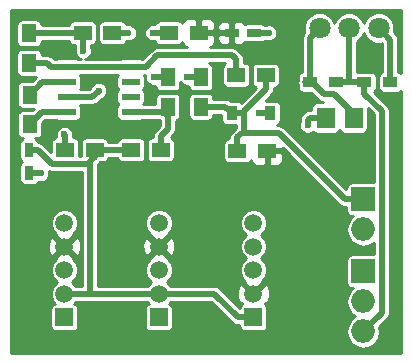
<source format=gtl>
G04 #@! TF.FileFunction,Copper,L1,Top,Signal*
%FSLAX46Y46*%
G04 Gerber Fmt 4.6, Leading zero omitted, Abs format (unit mm)*
G04 Created by KiCad (PCBNEW 4.0.4-1.fc24-product) date Fri Jan 12 16:45:08 2018*
%MOMM*%
%LPD*%
G01*
G04 APERTURE LIST*
%ADD10C,0.100000*%
%ADD11R,1.549400X1.800860*%
%ADD12R,1.250000X1.500000*%
%ADD13R,1.500000X1.250000*%
%ADD14R,0.750000X1.200000*%
%ADD15R,1.200000X0.750000*%
%ADD16R,1.550000X0.600000*%
%ADD17R,1.200000X0.900000*%
%ADD18R,0.910000X1.220000*%
%ADD19O,1.998980X1.998980*%
%ADD20R,1.998980X1.998980*%
%ADD21R,1.500000X1.500000*%
%ADD22C,1.500000*%
%ADD23C,1.800000*%
%ADD24C,0.600000*%
%ADD25C,0.500000*%
%ADD26C,0.254000*%
G04 APERTURE END LIST*
D10*
D11*
X181476020Y-59600000D03*
X179123980Y-59600000D03*
D12*
X154000000Y-54950000D03*
X154000000Y-52450000D03*
D13*
X157050000Y-62300000D03*
X159550000Y-62300000D03*
D14*
X154000000Y-62350000D03*
X154000000Y-64250000D03*
D13*
X168350000Y-52400000D03*
X165850000Y-52400000D03*
D15*
X171150000Y-52400000D03*
X173050000Y-52400000D03*
D16*
X157200000Y-55295000D03*
X157200000Y-56565000D03*
X157200000Y-57835000D03*
X157200000Y-59105000D03*
X162600000Y-59105000D03*
X162600000Y-57835000D03*
X162600000Y-56565000D03*
X162600000Y-55295000D03*
D13*
X171550000Y-56000000D03*
X174050000Y-56000000D03*
X165150000Y-62300000D03*
X162650000Y-62300000D03*
X171650000Y-62400000D03*
X174150000Y-62400000D03*
D17*
X177800000Y-56600000D03*
X180000000Y-56600000D03*
X182400000Y-56600000D03*
X184600000Y-56600000D03*
D18*
X171165000Y-59200000D03*
X174435000Y-59200000D03*
D13*
X158550000Y-52400000D03*
X161050000Y-52400000D03*
D19*
X182300000Y-77680000D03*
D20*
X182300000Y-72600000D03*
D19*
X182300000Y-75140000D03*
X182300000Y-69040000D03*
D20*
X182300000Y-66500000D03*
D21*
X173000000Y-76500000D03*
D22*
X173000000Y-74500000D03*
X173000000Y-72500000D03*
X173000000Y-70500000D03*
X173000000Y-68500000D03*
D21*
X157000000Y-76500000D03*
D22*
X157000000Y-74500000D03*
X157000000Y-72500000D03*
X157000000Y-70500000D03*
X157000000Y-68500000D03*
D21*
X165000000Y-76500000D03*
D22*
X165000000Y-74500000D03*
X165000000Y-72500000D03*
X165000000Y-70500000D03*
X165000000Y-68500000D03*
D23*
X178600000Y-52000000D03*
X181100000Y-52000000D03*
X183600000Y-52000000D03*
D12*
X154050000Y-57650000D03*
X154050000Y-60150000D03*
X168550000Y-58650000D03*
X168550000Y-56150000D03*
X165750000Y-56150000D03*
X165750000Y-58650000D03*
D24*
X177600000Y-60200000D03*
X167400000Y-56150000D03*
X174300002Y-52400000D03*
X162400000Y-52400000D03*
X164500000Y-52400000D03*
X173500001Y-59200000D03*
X157000000Y-60999998D03*
X155000000Y-64300000D03*
X164550000Y-56150000D03*
X159900000Y-57300000D03*
X158600000Y-53900000D03*
D25*
X177600000Y-59750000D02*
X177750000Y-59600000D01*
X177750000Y-59600000D02*
X179123980Y-59600000D01*
X177600000Y-60200000D02*
X177600000Y-59750000D01*
X168550000Y-58650000D02*
X170615000Y-58650000D01*
X170615000Y-58650000D02*
X171165000Y-59200000D01*
X172170000Y-60908500D02*
X171991500Y-60908500D01*
X171650000Y-61250000D02*
X171650000Y-62400000D01*
X171991500Y-60908500D02*
X171650000Y-61250000D01*
X172170000Y-59055000D02*
X172170000Y-59200000D01*
X174050000Y-57175300D02*
X172170000Y-59055000D01*
X174050000Y-56000000D02*
X174050000Y-57175300D01*
X171668000Y-59200000D02*
X171165000Y-59200000D01*
X172170000Y-59200000D02*
X172170000Y-60908500D01*
X175159000Y-60908500D02*
X172170000Y-60908500D01*
X180750000Y-66500000D02*
X175159000Y-60908500D01*
X182300000Y-66500000D02*
X180750000Y-66500000D01*
X172170000Y-59200000D02*
X171668000Y-59200000D01*
X171668000Y-59200000D02*
X171165000Y-59200000D01*
X168550000Y-56150000D02*
X167400000Y-56150000D01*
X173050000Y-52400000D02*
X174300002Y-52400000D01*
X161050000Y-52400000D02*
X162400000Y-52400000D01*
X165850000Y-52400000D02*
X164500000Y-52400000D01*
X184600000Y-56600000D02*
X184600000Y-53000000D01*
X184600000Y-53000000D02*
X183600000Y-52000000D01*
X174435000Y-59200000D02*
X173500001Y-59200000D01*
X157050000Y-61049998D02*
X157000000Y-60999998D01*
X157050000Y-62300000D02*
X157050000Y-61049998D01*
X154950000Y-64250000D02*
X155000000Y-64300000D01*
X154000000Y-64250000D02*
X154950000Y-64250000D01*
X182300000Y-77680000D02*
X183849491Y-76130509D01*
X183849491Y-76130509D02*
X183849491Y-58999491D01*
X183849491Y-58999491D02*
X182400000Y-57550000D01*
X182400000Y-57550000D02*
X182400000Y-56600000D01*
X182400000Y-56600000D02*
X181100000Y-56600000D01*
X181100000Y-56600000D02*
X180000000Y-56600000D01*
X181100000Y-52000000D02*
X181100000Y-53272792D01*
X181100000Y-53272792D02*
X181100000Y-56600000D01*
X157200000Y-56565000D02*
X155135000Y-56565000D01*
X155135000Y-56565000D02*
X154050000Y-57650000D01*
X157200000Y-59105000D02*
X155095000Y-59105000D01*
X155095000Y-59105000D02*
X154050000Y-60150000D01*
X163875000Y-55295000D02*
X162600000Y-55295000D01*
X164870000Y-54300000D02*
X163875000Y-55295000D01*
X171200000Y-54300000D02*
X164870000Y-54300000D01*
X171550000Y-54650000D02*
X171200000Y-54300000D01*
X171550000Y-56000000D02*
X171550000Y-54650000D01*
X155530000Y-54950000D02*
X154000000Y-54950000D01*
X155875000Y-55295000D02*
X155530000Y-54950000D01*
X157200000Y-55295000D02*
X155875000Y-55295000D01*
X157200000Y-55295000D02*
X162600000Y-55295000D01*
X162600000Y-59105000D02*
X165295000Y-59105000D01*
X165295000Y-59105000D02*
X165750000Y-58650000D01*
X165150000Y-62300000D02*
X165150000Y-61175000D01*
X165150000Y-61175000D02*
X165750000Y-60575000D01*
X165750000Y-60575000D02*
X165750000Y-58650000D01*
X165500000Y-59200000D02*
X165405000Y-59105000D01*
X165500000Y-59250000D02*
X165500000Y-59200000D01*
X165500000Y-61950000D02*
X165150000Y-62300000D01*
X159130000Y-63307200D02*
X158929000Y-63508200D01*
X158929000Y-63508200D02*
X155950196Y-63508200D01*
X155950196Y-63508200D02*
X154791996Y-62350000D01*
X154791996Y-62350000D02*
X154000000Y-62350000D01*
X162650000Y-62300000D02*
X159550000Y-62300000D01*
X173000000Y-76500000D02*
X171699700Y-76500000D01*
X169699700Y-74500000D02*
X165000000Y-74500000D01*
X171699700Y-76500000D02*
X169699700Y-74500000D01*
X159331000Y-63106200D02*
X159130000Y-63307200D01*
X159550000Y-62887600D02*
X159331000Y-63106200D01*
X159550000Y-62300000D02*
X159550000Y-62887600D01*
X159130000Y-63307200D02*
X159130000Y-74500000D01*
X165000000Y-74500000D02*
X159130000Y-74500000D01*
X159130000Y-74500000D02*
X157000000Y-74500000D01*
X181476020Y-59600000D02*
X181476020Y-59286908D01*
X181476020Y-59286908D02*
X179789113Y-57600001D01*
X179789113Y-57600001D02*
X178950001Y-57600001D01*
X178950001Y-57600001D02*
X177950000Y-56600000D01*
X177950000Y-56600000D02*
X177800000Y-56600000D01*
X181700000Y-59600000D02*
X181500000Y-59600000D01*
X177800000Y-56600000D02*
X177800000Y-52800000D01*
X177800000Y-52800000D02*
X178600000Y-52000000D01*
X177550000Y-56600000D02*
X177400000Y-56600000D01*
X181700000Y-59600000D02*
X181500000Y-59600000D01*
X181500000Y-59600000D02*
X181450000Y-59600000D01*
X165750000Y-56150000D02*
X164550000Y-56150000D01*
X159365000Y-57835000D02*
X159900000Y-57300000D01*
X157200000Y-57835000D02*
X159365000Y-57835000D01*
X158600000Y-52450000D02*
X158550000Y-52400000D01*
X158600000Y-53900000D02*
X158600000Y-52450000D01*
X158600000Y-52400000D02*
X158550000Y-52400000D01*
X158550000Y-52450000D02*
X158600000Y-52400000D01*
X154000000Y-52450000D02*
X158550000Y-52450000D01*
D26*
G36*
X185498000Y-55836817D02*
X185369381Y-55748936D01*
X185277000Y-55730228D01*
X185277000Y-53000000D01*
X185239674Y-52812350D01*
X185225467Y-52740924D01*
X185078712Y-52521289D01*
X184896187Y-52338764D01*
X184926769Y-52265115D01*
X184927229Y-51737202D01*
X184725631Y-51249297D01*
X184352666Y-50875681D01*
X183865115Y-50673231D01*
X183337202Y-50672771D01*
X182849297Y-50874369D01*
X182475681Y-51247334D01*
X182349940Y-51550149D01*
X182225631Y-51249297D01*
X181852666Y-50875681D01*
X181365115Y-50673231D01*
X180837202Y-50672771D01*
X180349297Y-50874369D01*
X179975681Y-51247334D01*
X179849940Y-51550149D01*
X179725631Y-51249297D01*
X179352666Y-50875681D01*
X178865115Y-50673231D01*
X178337202Y-50672771D01*
X177849297Y-50874369D01*
X177475681Y-51247334D01*
X177273231Y-51734885D01*
X177272771Y-52262798D01*
X177306243Y-52343807D01*
X177174534Y-52540923D01*
X177123000Y-52800000D01*
X177123000Y-55729123D01*
X177041763Y-55744409D01*
X176896433Y-55837927D01*
X176798936Y-55980619D01*
X176764635Y-56150000D01*
X176764635Y-56390688D01*
X176723000Y-56600000D01*
X176764635Y-56809312D01*
X176764635Y-57050000D01*
X176794409Y-57208237D01*
X176887927Y-57353567D01*
X177030619Y-57451064D01*
X177200000Y-57485365D01*
X177877943Y-57485365D01*
X178471290Y-58078712D01*
X178690924Y-58225467D01*
X178885672Y-58264205D01*
X178349280Y-58264205D01*
X178191043Y-58293979D01*
X178045713Y-58387497D01*
X177948216Y-58530189D01*
X177913915Y-58699570D01*
X177913915Y-58923000D01*
X177750000Y-58923000D01*
X177490923Y-58974534D01*
X177321219Y-59087927D01*
X177271289Y-59121289D01*
X177121289Y-59271289D01*
X176974534Y-59490923D01*
X176923000Y-59750000D01*
X176923000Y-59934647D01*
X176873126Y-60054756D01*
X176872874Y-60343975D01*
X176983320Y-60611275D01*
X177187650Y-60815961D01*
X177454756Y-60926874D01*
X177743975Y-60927126D01*
X178011275Y-60816680D01*
X178032034Y-60795957D01*
X178037207Y-60803997D01*
X178179899Y-60901494D01*
X178349280Y-60935795D01*
X179898680Y-60935795D01*
X180056917Y-60906021D01*
X180202247Y-60812503D01*
X180299744Y-60669811D01*
X180300499Y-60666080D01*
X180389247Y-60803997D01*
X180531939Y-60901494D01*
X180701320Y-60935795D01*
X182250720Y-60935795D01*
X182408957Y-60906021D01*
X182554287Y-60812503D01*
X182651784Y-60669811D01*
X182686085Y-60500430D01*
X182686085Y-58793507D01*
X183172491Y-59279913D01*
X183172491Y-65065145D01*
X181300510Y-65065145D01*
X181142273Y-65094919D01*
X180996943Y-65188437D01*
X180899446Y-65331129D01*
X180865145Y-65500510D01*
X180865145Y-65657689D01*
X175637733Y-60429810D01*
X175637719Y-60429800D01*
X175637711Y-60429789D01*
X175534016Y-60360502D01*
X175418104Y-60283045D01*
X175418089Y-60283042D01*
X175418077Y-60283034D01*
X175292343Y-60258024D01*
X175159030Y-60231500D01*
X175159015Y-60231503D01*
X175159000Y-60231500D01*
X174963687Y-60231500D01*
X175048237Y-60215591D01*
X175193567Y-60122073D01*
X175291064Y-59979381D01*
X175325365Y-59810000D01*
X175325365Y-58590000D01*
X175295591Y-58431763D01*
X175202073Y-58286433D01*
X175059381Y-58188936D01*
X174890000Y-58154635D01*
X174028008Y-58154635D01*
X174528673Y-57654050D01*
X174528689Y-57654025D01*
X174528711Y-57654011D01*
X174602679Y-57543310D01*
X174675445Y-57434426D01*
X174675450Y-57434401D01*
X174675466Y-57434377D01*
X174704001Y-57290924D01*
X174726999Y-57175354D01*
X174726994Y-57175330D01*
X174727000Y-57175300D01*
X174727000Y-57060365D01*
X174800000Y-57060365D01*
X174958237Y-57030591D01*
X175103567Y-56937073D01*
X175201064Y-56794381D01*
X175235365Y-56625000D01*
X175235365Y-55375000D01*
X175205591Y-55216763D01*
X175112073Y-55071433D01*
X174969381Y-54973936D01*
X174800000Y-54939635D01*
X173300000Y-54939635D01*
X173141763Y-54969409D01*
X172996433Y-55062927D01*
X172898936Y-55205619D01*
X172864635Y-55375000D01*
X172864635Y-56625000D01*
X172894409Y-56783237D01*
X172987927Y-56928567D01*
X173130619Y-57026064D01*
X173223042Y-57044780D01*
X171951303Y-58316317D01*
X171932073Y-58286433D01*
X171789381Y-58188936D01*
X171620000Y-58154635D01*
X171068787Y-58154635D01*
X170874077Y-58024534D01*
X170615000Y-57973000D01*
X169610365Y-57973000D01*
X169610365Y-57900000D01*
X169580591Y-57741763D01*
X169487073Y-57596433D01*
X169344381Y-57498936D01*
X169175000Y-57464635D01*
X167925000Y-57464635D01*
X167766763Y-57494409D01*
X167621433Y-57587927D01*
X167523936Y-57730619D01*
X167489635Y-57900000D01*
X167489635Y-59400000D01*
X167519409Y-59558237D01*
X167612927Y-59703567D01*
X167755619Y-59801064D01*
X167925000Y-59835365D01*
X169175000Y-59835365D01*
X169333237Y-59805591D01*
X169478567Y-59712073D01*
X169576064Y-59569381D01*
X169610365Y-59400000D01*
X169610365Y-59327000D01*
X170274635Y-59327000D01*
X170274635Y-59810000D01*
X170304409Y-59968237D01*
X170397927Y-60113567D01*
X170540619Y-60211064D01*
X170710000Y-60245365D01*
X171493000Y-60245365D01*
X171493000Y-60449578D01*
X171171289Y-60771289D01*
X171024534Y-60990923D01*
X170973000Y-61250000D01*
X170973000Y-61339635D01*
X170900000Y-61339635D01*
X170741763Y-61369409D01*
X170596433Y-61462927D01*
X170498936Y-61605619D01*
X170464635Y-61775000D01*
X170464635Y-63025000D01*
X170494409Y-63183237D01*
X170587927Y-63328567D01*
X170730619Y-63426064D01*
X170900000Y-63460365D01*
X172400000Y-63460365D01*
X172558237Y-63430591D01*
X172703567Y-63337073D01*
X172789719Y-63210986D01*
X172861673Y-63384699D01*
X173040302Y-63563327D01*
X173273691Y-63660000D01*
X173864250Y-63660000D01*
X174023000Y-63501250D01*
X174023000Y-62527000D01*
X174277000Y-62527000D01*
X174277000Y-63501250D01*
X174435750Y-63660000D01*
X175026309Y-63660000D01*
X175259698Y-63563327D01*
X175438327Y-63384699D01*
X175535000Y-63151310D01*
X175535000Y-62685750D01*
X175376250Y-62527000D01*
X174277000Y-62527000D01*
X174023000Y-62527000D01*
X174003000Y-62527000D01*
X174003000Y-62273000D01*
X174023000Y-62273000D01*
X174023000Y-62253000D01*
X174277000Y-62253000D01*
X174277000Y-62273000D01*
X175376250Y-62273000D01*
X175471128Y-62178122D01*
X180271268Y-66978690D01*
X180271281Y-66978698D01*
X180271289Y-66978711D01*
X180380513Y-67051692D01*
X180490896Y-67125455D01*
X180490911Y-67125458D01*
X180490923Y-67125466D01*
X180616657Y-67150476D01*
X180749970Y-67177000D01*
X180749985Y-67176997D01*
X180750000Y-67177000D01*
X180865145Y-67177000D01*
X180865145Y-67499490D01*
X180894919Y-67657727D01*
X180988437Y-67803057D01*
X181131129Y-67900554D01*
X181300510Y-67934855D01*
X181393862Y-67934855D01*
X181291319Y-68003372D01*
X180982095Y-68466159D01*
X180873510Y-69012053D01*
X180873510Y-69067947D01*
X180982095Y-69613841D01*
X181291319Y-70076628D01*
X181754106Y-70385852D01*
X182300000Y-70494437D01*
X182845894Y-70385852D01*
X183172491Y-70167627D01*
X183172491Y-71165145D01*
X181300510Y-71165145D01*
X181142273Y-71194919D01*
X180996943Y-71288437D01*
X180899446Y-71431129D01*
X180865145Y-71600510D01*
X180865145Y-73599490D01*
X180894919Y-73757727D01*
X180988437Y-73903057D01*
X181131129Y-74000554D01*
X181300510Y-74034855D01*
X181393862Y-74034855D01*
X181291319Y-74103372D01*
X180982095Y-74566159D01*
X180873510Y-75112053D01*
X180873510Y-75167947D01*
X180982095Y-75713841D01*
X181291319Y-76176628D01*
X181640585Y-76410000D01*
X181291319Y-76643372D01*
X180982095Y-77106159D01*
X180873510Y-77652053D01*
X180873510Y-77707947D01*
X180982095Y-78253841D01*
X181291319Y-78716628D01*
X181754106Y-79025852D01*
X182300000Y-79134437D01*
X182845894Y-79025852D01*
X183308681Y-78716628D01*
X183617905Y-78253841D01*
X183726490Y-77707947D01*
X183726490Y-77652053D01*
X183653303Y-77284119D01*
X184328202Y-76609220D01*
X184338080Y-76594437D01*
X184474957Y-76389586D01*
X184526491Y-76130509D01*
X184526491Y-58999491D01*
X184474957Y-58740414D01*
X184328202Y-58520780D01*
X183221989Y-57414567D01*
X183303567Y-57362073D01*
X183401064Y-57219381D01*
X183435365Y-57050000D01*
X183435365Y-56150000D01*
X183405591Y-55991763D01*
X183312073Y-55846433D01*
X183169381Y-55748936D01*
X183000000Y-55714635D01*
X181800000Y-55714635D01*
X181777000Y-55718963D01*
X181777000Y-53156084D01*
X181850703Y-53125631D01*
X182224319Y-52752666D01*
X182350060Y-52449851D01*
X182474369Y-52750703D01*
X182847334Y-53124319D01*
X183334885Y-53326769D01*
X183862798Y-53327229D01*
X183923000Y-53302354D01*
X183923000Y-55729123D01*
X183841763Y-55744409D01*
X183696433Y-55837927D01*
X183598936Y-55980619D01*
X183564635Y-56150000D01*
X183564635Y-57050000D01*
X183594409Y-57208237D01*
X183687927Y-57353567D01*
X183830619Y-57451064D01*
X184000000Y-57485365D01*
X185200000Y-57485365D01*
X185358237Y-57455591D01*
X185498000Y-57365655D01*
X185498000Y-79498000D01*
X152502000Y-79498000D01*
X152502000Y-70295171D01*
X155602799Y-70295171D01*
X155630770Y-70845448D01*
X155787540Y-71223923D01*
X156028483Y-71291912D01*
X156820395Y-70500000D01*
X157179605Y-70500000D01*
X157971517Y-71291912D01*
X158212460Y-71223923D01*
X158397201Y-70704829D01*
X158369230Y-70154552D01*
X158212460Y-69776077D01*
X157971517Y-69708088D01*
X157179605Y-70500000D01*
X156820395Y-70500000D01*
X156028483Y-69708088D01*
X155787540Y-69776077D01*
X155602799Y-70295171D01*
X152502000Y-70295171D01*
X152502000Y-68733093D01*
X155822796Y-68733093D01*
X156001606Y-69165846D01*
X156242362Y-69407022D01*
X156208088Y-69528483D01*
X157000000Y-70320395D01*
X157791912Y-69528483D01*
X157757581Y-69406819D01*
X157997230Y-69167588D01*
X158176795Y-68735147D01*
X158177204Y-68266907D01*
X157998394Y-67834154D01*
X157667588Y-67502770D01*
X157235147Y-67323205D01*
X156766907Y-67322796D01*
X156334154Y-67501606D01*
X156002770Y-67832412D01*
X155823205Y-68264853D01*
X155822796Y-68733093D01*
X152502000Y-68733093D01*
X152502000Y-51700000D01*
X152939635Y-51700000D01*
X152939635Y-53200000D01*
X152969409Y-53358237D01*
X153062927Y-53503567D01*
X153205619Y-53601064D01*
X153375000Y-53635365D01*
X154625000Y-53635365D01*
X154783237Y-53605591D01*
X154928567Y-53512073D01*
X155026064Y-53369381D01*
X155060365Y-53200000D01*
X155060365Y-53127000D01*
X157383827Y-53127000D01*
X157394409Y-53183237D01*
X157487927Y-53328567D01*
X157630619Y-53426064D01*
X157800000Y-53460365D01*
X157923000Y-53460365D01*
X157923000Y-53634647D01*
X157873126Y-53754756D01*
X157872874Y-54043975D01*
X157983320Y-54311275D01*
X158187650Y-54515961D01*
X158433385Y-54618000D01*
X158179600Y-54618000D01*
X158144381Y-54593936D01*
X157975000Y-54559635D01*
X156425000Y-54559635D01*
X156266763Y-54589409D01*
X156222332Y-54618000D01*
X156155422Y-54618000D01*
X156008711Y-54471289D01*
X155888436Y-54390924D01*
X155789077Y-54324534D01*
X155530000Y-54273000D01*
X155060365Y-54273000D01*
X155060365Y-54200000D01*
X155030591Y-54041763D01*
X154937073Y-53896433D01*
X154794381Y-53798936D01*
X154625000Y-53764635D01*
X153375000Y-53764635D01*
X153216763Y-53794409D01*
X153071433Y-53887927D01*
X152973936Y-54030619D01*
X152939635Y-54200000D01*
X152939635Y-55700000D01*
X152969409Y-55858237D01*
X153062927Y-56003567D01*
X153205619Y-56101064D01*
X153375000Y-56135365D01*
X154607213Y-56135365D01*
X154277943Y-56464635D01*
X153425000Y-56464635D01*
X153266763Y-56494409D01*
X153121433Y-56587927D01*
X153023936Y-56730619D01*
X152989635Y-56900000D01*
X152989635Y-58400000D01*
X153019409Y-58558237D01*
X153112927Y-58703567D01*
X153255619Y-58801064D01*
X153425000Y-58835365D01*
X154407213Y-58835365D01*
X154277943Y-58964635D01*
X153425000Y-58964635D01*
X153266763Y-58994409D01*
X153121433Y-59087927D01*
X153023936Y-59230619D01*
X152989635Y-59400000D01*
X152989635Y-60900000D01*
X153019409Y-61058237D01*
X153112927Y-61203567D01*
X153255619Y-61301064D01*
X153425000Y-61335365D01*
X153514828Y-61335365D01*
X153466763Y-61344409D01*
X153321433Y-61437927D01*
X153223936Y-61580619D01*
X153189635Y-61750000D01*
X153189635Y-62950000D01*
X153219409Y-63108237D01*
X153312927Y-63253567D01*
X153380636Y-63299831D01*
X153321433Y-63337927D01*
X153223936Y-63480619D01*
X153189635Y-63650000D01*
X153189635Y-64850000D01*
X153219409Y-65008237D01*
X153312927Y-65153567D01*
X153455619Y-65251064D01*
X153625000Y-65285365D01*
X154375000Y-65285365D01*
X154533237Y-65255591D01*
X154678567Y-65162073D01*
X154776064Y-65019381D01*
X154780768Y-64996151D01*
X154854756Y-65026874D01*
X155143975Y-65027126D01*
X155411275Y-64916680D01*
X155615961Y-64712350D01*
X155726874Y-64445244D01*
X155727126Y-64156025D01*
X155720285Y-64139467D01*
X155950196Y-64185200D01*
X158453000Y-64185200D01*
X158453000Y-73823000D01*
X157987259Y-73823000D01*
X157667588Y-73502770D01*
X157661437Y-73500216D01*
X157665846Y-73498394D01*
X157997230Y-73167588D01*
X158176795Y-72735147D01*
X158177204Y-72266907D01*
X157998394Y-71834154D01*
X157757638Y-71592978D01*
X157791912Y-71471517D01*
X157000000Y-70679605D01*
X156208088Y-71471517D01*
X156242419Y-71593181D01*
X156002770Y-71832412D01*
X155823205Y-72264853D01*
X155822796Y-72733093D01*
X156001606Y-73165846D01*
X156332412Y-73497230D01*
X156338563Y-73499784D01*
X156334154Y-73501606D01*
X156002770Y-73832412D01*
X155823205Y-74264853D01*
X155822796Y-74733093D01*
X156001606Y-75165846D01*
X156165927Y-75330454D01*
X156091763Y-75344409D01*
X155946433Y-75437927D01*
X155848936Y-75580619D01*
X155814635Y-75750000D01*
X155814635Y-77250000D01*
X155844409Y-77408237D01*
X155937927Y-77553567D01*
X156080619Y-77651064D01*
X156250000Y-77685365D01*
X157750000Y-77685365D01*
X157908237Y-77655591D01*
X158053567Y-77562073D01*
X158151064Y-77419381D01*
X158185365Y-77250000D01*
X158185365Y-75750000D01*
X158155591Y-75591763D01*
X158062073Y-75446433D01*
X157919381Y-75348936D01*
X157833074Y-75331458D01*
X157987802Y-75177000D01*
X164012741Y-75177000D01*
X164165927Y-75330454D01*
X164091763Y-75344409D01*
X163946433Y-75437927D01*
X163848936Y-75580619D01*
X163814635Y-75750000D01*
X163814635Y-77250000D01*
X163844409Y-77408237D01*
X163937927Y-77553567D01*
X164080619Y-77651064D01*
X164250000Y-77685365D01*
X165750000Y-77685365D01*
X165908237Y-77655591D01*
X166053567Y-77562073D01*
X166151064Y-77419381D01*
X166185365Y-77250000D01*
X166185365Y-75750000D01*
X166155591Y-75591763D01*
X166062073Y-75446433D01*
X165919381Y-75348936D01*
X165833074Y-75331458D01*
X165987802Y-75177000D01*
X169419278Y-75177000D01*
X171220989Y-76978711D01*
X171440623Y-77125466D01*
X171699700Y-77177000D01*
X171814635Y-77177000D01*
X171814635Y-77250000D01*
X171844409Y-77408237D01*
X171937927Y-77553567D01*
X172080619Y-77651064D01*
X172250000Y-77685365D01*
X173750000Y-77685365D01*
X173908237Y-77655591D01*
X174053567Y-77562073D01*
X174151064Y-77419381D01*
X174185365Y-77250000D01*
X174185365Y-75750000D01*
X174155591Y-75591763D01*
X174062073Y-75446433D01*
X174053182Y-75440358D01*
X174086574Y-75406966D01*
X173971519Y-75291911D01*
X174212460Y-75223923D01*
X174397201Y-74704829D01*
X174369230Y-74154552D01*
X174212460Y-73776077D01*
X173971517Y-73708088D01*
X173179605Y-74500000D01*
X173193748Y-74514143D01*
X173014143Y-74693748D01*
X173000000Y-74679605D01*
X172985858Y-74693748D01*
X172806253Y-74514143D01*
X172820395Y-74500000D01*
X172028483Y-73708088D01*
X171787540Y-73776077D01*
X171602799Y-74295171D01*
X171630770Y-74845448D01*
X171787540Y-75223923D01*
X172028481Y-75291911D01*
X171913426Y-75406966D01*
X171945602Y-75439142D01*
X171848936Y-75580619D01*
X171830210Y-75673088D01*
X170178411Y-74021289D01*
X170147379Y-74000554D01*
X169958777Y-73874534D01*
X169699700Y-73823000D01*
X165987259Y-73823000D01*
X165667588Y-73502770D01*
X165661437Y-73500216D01*
X165665846Y-73498394D01*
X165997230Y-73167588D01*
X166176795Y-72735147D01*
X166177204Y-72266907D01*
X165998394Y-71834154D01*
X165757638Y-71592978D01*
X165791912Y-71471517D01*
X165000000Y-70679605D01*
X164208088Y-71471517D01*
X164242419Y-71593181D01*
X164002770Y-71832412D01*
X163823205Y-72264853D01*
X163822796Y-72733093D01*
X164001606Y-73165846D01*
X164332412Y-73497230D01*
X164338563Y-73499784D01*
X164334154Y-73501606D01*
X164012198Y-73823000D01*
X159807000Y-73823000D01*
X159807000Y-70295171D01*
X163602799Y-70295171D01*
X163630770Y-70845448D01*
X163787540Y-71223923D01*
X164028483Y-71291912D01*
X164820395Y-70500000D01*
X165179605Y-70500000D01*
X165971517Y-71291912D01*
X166212460Y-71223923D01*
X166397201Y-70704829D01*
X166369230Y-70154552D01*
X166212460Y-69776077D01*
X165971517Y-69708088D01*
X165179605Y-70500000D01*
X164820395Y-70500000D01*
X164028483Y-69708088D01*
X163787540Y-69776077D01*
X163602799Y-70295171D01*
X159807000Y-70295171D01*
X159807000Y-68733093D01*
X163822796Y-68733093D01*
X164001606Y-69165846D01*
X164242362Y-69407022D01*
X164208088Y-69528483D01*
X165000000Y-70320395D01*
X165791912Y-69528483D01*
X165757581Y-69406819D01*
X165997230Y-69167588D01*
X166176795Y-68735147D01*
X166176796Y-68733093D01*
X171822796Y-68733093D01*
X172001606Y-69165846D01*
X172332412Y-69497230D01*
X172338563Y-69499784D01*
X172334154Y-69501606D01*
X172002770Y-69832412D01*
X171823205Y-70264853D01*
X171822796Y-70733093D01*
X172001606Y-71165846D01*
X172332412Y-71497230D01*
X172338563Y-71499784D01*
X172334154Y-71501606D01*
X172002770Y-71832412D01*
X171823205Y-72264853D01*
X171822796Y-72733093D01*
X172001606Y-73165846D01*
X172242362Y-73407022D01*
X172208088Y-73528483D01*
X173000000Y-74320395D01*
X173791912Y-73528483D01*
X173757581Y-73406819D01*
X173997230Y-73167588D01*
X174176795Y-72735147D01*
X174177204Y-72266907D01*
X173998394Y-71834154D01*
X173667588Y-71502770D01*
X173661437Y-71500216D01*
X173665846Y-71498394D01*
X173997230Y-71167588D01*
X174176795Y-70735147D01*
X174177204Y-70266907D01*
X173998394Y-69834154D01*
X173667588Y-69502770D01*
X173661437Y-69500216D01*
X173665846Y-69498394D01*
X173997230Y-69167588D01*
X174176795Y-68735147D01*
X174177204Y-68266907D01*
X173998394Y-67834154D01*
X173667588Y-67502770D01*
X173235147Y-67323205D01*
X172766907Y-67322796D01*
X172334154Y-67501606D01*
X172002770Y-67832412D01*
X171823205Y-68264853D01*
X171822796Y-68733093D01*
X166176796Y-68733093D01*
X166177204Y-68266907D01*
X165998394Y-67834154D01*
X165667588Y-67502770D01*
X165235147Y-67323205D01*
X164766907Y-67322796D01*
X164334154Y-67501606D01*
X164002770Y-67832412D01*
X163823205Y-68264853D01*
X163822796Y-68733093D01*
X159807000Y-68733093D01*
X159807000Y-63587622D01*
X159809271Y-63585351D01*
X159809274Y-63585349D01*
X160028273Y-63366749D01*
X160028449Y-63366486D01*
X160028711Y-63366311D01*
X160032684Y-63360365D01*
X160300000Y-63360365D01*
X160458237Y-63330591D01*
X160603567Y-63237073D01*
X160701064Y-63094381D01*
X160724835Y-62977000D01*
X161474419Y-62977000D01*
X161494409Y-63083237D01*
X161587927Y-63228567D01*
X161730619Y-63326064D01*
X161900000Y-63360365D01*
X163400000Y-63360365D01*
X163558237Y-63330591D01*
X163703567Y-63237073D01*
X163801064Y-63094381D01*
X163835365Y-62925000D01*
X163835365Y-61675000D01*
X163805591Y-61516763D01*
X163712073Y-61371433D01*
X163569381Y-61273936D01*
X163400000Y-61239635D01*
X161900000Y-61239635D01*
X161741763Y-61269409D01*
X161596433Y-61362927D01*
X161498936Y-61505619D01*
X161475165Y-61623000D01*
X160725581Y-61623000D01*
X160705591Y-61516763D01*
X160612073Y-61371433D01*
X160469381Y-61273936D01*
X160300000Y-61239635D01*
X158800000Y-61239635D01*
X158641763Y-61269409D01*
X158496433Y-61362927D01*
X158398936Y-61505619D01*
X158364635Y-61675000D01*
X158364635Y-62831200D01*
X158235365Y-62831200D01*
X158235365Y-61675000D01*
X158205591Y-61516763D01*
X158112073Y-61371433D01*
X157969381Y-61273936D01*
X157800000Y-61239635D01*
X157727000Y-61239635D01*
X157727000Y-61049998D01*
X157726957Y-61049783D01*
X157727126Y-60856023D01*
X157616680Y-60588723D01*
X157412350Y-60384037D01*
X157145244Y-60273124D01*
X156856025Y-60272872D01*
X156588725Y-60383318D01*
X156384039Y-60587648D01*
X156273126Y-60854754D01*
X156272874Y-61143973D01*
X156312401Y-61239635D01*
X156300000Y-61239635D01*
X156141763Y-61269409D01*
X155996433Y-61362927D01*
X155898936Y-61505619D01*
X155864635Y-61675000D01*
X155864635Y-62465217D01*
X155270707Y-61871289D01*
X155164713Y-61800466D01*
X155051073Y-61724534D01*
X154796028Y-61673802D01*
X154780591Y-61591763D01*
X154687073Y-61446433D01*
X154544381Y-61348936D01*
X154477366Y-61335365D01*
X154675000Y-61335365D01*
X154833237Y-61305591D01*
X154978567Y-61212073D01*
X155076064Y-61069381D01*
X155110365Y-60900000D01*
X155110365Y-60047057D01*
X155375422Y-59782000D01*
X156220400Y-59782000D01*
X156255619Y-59806064D01*
X156425000Y-59840365D01*
X157975000Y-59840365D01*
X158133237Y-59810591D01*
X158278567Y-59717073D01*
X158376064Y-59574381D01*
X158410365Y-59405000D01*
X158410365Y-58805000D01*
X158380591Y-58646763D01*
X158293873Y-58512000D01*
X159365000Y-58512000D01*
X159624077Y-58460466D01*
X159843711Y-58313711D01*
X160191077Y-57966345D01*
X160311275Y-57916680D01*
X160515961Y-57712350D01*
X160626874Y-57445244D01*
X160627126Y-57156025D01*
X160516680Y-56888725D01*
X160312350Y-56684039D01*
X160045244Y-56573126D01*
X159756025Y-56572874D01*
X159488725Y-56683320D01*
X159284039Y-56887650D01*
X159233701Y-57008877D01*
X159084578Y-57158000D01*
X158291599Y-57158000D01*
X158376064Y-57034381D01*
X158410365Y-56865000D01*
X158410365Y-56265000D01*
X158380591Y-56106763D01*
X158293873Y-55972000D01*
X161508401Y-55972000D01*
X161423936Y-56095619D01*
X161389635Y-56265000D01*
X161389635Y-56865000D01*
X161419409Y-57023237D01*
X161512927Y-57168567D01*
X161558025Y-57199381D01*
X161521433Y-57222927D01*
X161423936Y-57365619D01*
X161389635Y-57535000D01*
X161389635Y-58135000D01*
X161419409Y-58293237D01*
X161512927Y-58438567D01*
X161558025Y-58469381D01*
X161521433Y-58492927D01*
X161423936Y-58635619D01*
X161389635Y-58805000D01*
X161389635Y-59405000D01*
X161419409Y-59563237D01*
X161512927Y-59708567D01*
X161655619Y-59806064D01*
X161825000Y-59840365D01*
X163375000Y-59840365D01*
X163533237Y-59810591D01*
X163577668Y-59782000D01*
X164927718Y-59782000D01*
X164955619Y-59801064D01*
X165073000Y-59824835D01*
X165073000Y-60294578D01*
X164671289Y-60696289D01*
X164524534Y-60915923D01*
X164473000Y-61175000D01*
X164473000Y-61239635D01*
X164400000Y-61239635D01*
X164241763Y-61269409D01*
X164096433Y-61362927D01*
X163998936Y-61505619D01*
X163964635Y-61675000D01*
X163964635Y-62925000D01*
X163994409Y-63083237D01*
X164087927Y-63228567D01*
X164230619Y-63326064D01*
X164400000Y-63360365D01*
X165900000Y-63360365D01*
X166058237Y-63330591D01*
X166203567Y-63237073D01*
X166301064Y-63094381D01*
X166335365Y-62925000D01*
X166335365Y-61675000D01*
X166305591Y-61516763D01*
X166212073Y-61371433D01*
X166069381Y-61273936D01*
X166018741Y-61263681D01*
X166228711Y-61053711D01*
X166270664Y-60990924D01*
X166375466Y-60834077D01*
X166427000Y-60575000D01*
X166427000Y-59825581D01*
X166533237Y-59805591D01*
X166678567Y-59712073D01*
X166776064Y-59569381D01*
X166810365Y-59400000D01*
X166810365Y-57900000D01*
X166780591Y-57741763D01*
X166687073Y-57596433D01*
X166544381Y-57498936D01*
X166375000Y-57464635D01*
X165125000Y-57464635D01*
X164966763Y-57494409D01*
X164821433Y-57587927D01*
X164723936Y-57730619D01*
X164689635Y-57900000D01*
X164689635Y-58428000D01*
X163691599Y-58428000D01*
X163776064Y-58304381D01*
X163810365Y-58135000D01*
X163810365Y-57535000D01*
X163780591Y-57376763D01*
X163687073Y-57231433D01*
X163641975Y-57200619D01*
X163678567Y-57177073D01*
X163776064Y-57034381D01*
X163810365Y-56865000D01*
X163810365Y-56265000D01*
X163780591Y-56106763D01*
X163693873Y-55972000D01*
X163836728Y-55972000D01*
X163823126Y-56004756D01*
X163822874Y-56293975D01*
X163933320Y-56561275D01*
X164137650Y-56765961D01*
X164404756Y-56876874D01*
X164689635Y-56877122D01*
X164689635Y-56900000D01*
X164719409Y-57058237D01*
X164812927Y-57203567D01*
X164955619Y-57301064D01*
X165125000Y-57335365D01*
X166375000Y-57335365D01*
X166533237Y-57305591D01*
X166678567Y-57212073D01*
X166776064Y-57069381D01*
X166810365Y-56900000D01*
X166810365Y-56588367D01*
X166987650Y-56765961D01*
X167254756Y-56876874D01*
X167489635Y-56877079D01*
X167489635Y-56900000D01*
X167519409Y-57058237D01*
X167612927Y-57203567D01*
X167755619Y-57301064D01*
X167925000Y-57335365D01*
X169175000Y-57335365D01*
X169333237Y-57305591D01*
X169478567Y-57212073D01*
X169576064Y-57069381D01*
X169610365Y-56900000D01*
X169610365Y-55400000D01*
X169580591Y-55241763D01*
X169487073Y-55096433D01*
X169344381Y-54998936D01*
X169236059Y-54977000D01*
X170629966Y-54977000D01*
X170496433Y-55062927D01*
X170398936Y-55205619D01*
X170364635Y-55375000D01*
X170364635Y-56625000D01*
X170394409Y-56783237D01*
X170487927Y-56928567D01*
X170630619Y-57026064D01*
X170800000Y-57060365D01*
X172300000Y-57060365D01*
X172458237Y-57030591D01*
X172603567Y-56937073D01*
X172701064Y-56794381D01*
X172735365Y-56625000D01*
X172735365Y-55375000D01*
X172705591Y-55216763D01*
X172612073Y-55071433D01*
X172469381Y-54973936D01*
X172300000Y-54939635D01*
X172227000Y-54939635D01*
X172227000Y-54650000D01*
X172214948Y-54589409D01*
X172175467Y-54390924D01*
X172028711Y-54171289D01*
X171678711Y-53821289D01*
X171593922Y-53764635D01*
X171459077Y-53674534D01*
X171200000Y-53623000D01*
X169315635Y-53623000D01*
X169459698Y-53563327D01*
X169638327Y-53384699D01*
X169735000Y-53151310D01*
X169735000Y-52685750D01*
X169915000Y-52685750D01*
X169915000Y-52901310D01*
X170011673Y-53134699D01*
X170190302Y-53313327D01*
X170423691Y-53410000D01*
X170864250Y-53410000D01*
X171023000Y-53251250D01*
X171023000Y-52527000D01*
X170073750Y-52527000D01*
X169915000Y-52685750D01*
X169735000Y-52685750D01*
X169576250Y-52527000D01*
X168477000Y-52527000D01*
X168477000Y-52547000D01*
X168223000Y-52547000D01*
X168223000Y-52527000D01*
X168203000Y-52527000D01*
X168203000Y-52273000D01*
X168223000Y-52273000D01*
X168223000Y-51298750D01*
X168477000Y-51298750D01*
X168477000Y-52273000D01*
X169576250Y-52273000D01*
X169735000Y-52114250D01*
X169735000Y-51898690D01*
X169915000Y-51898690D01*
X169915000Y-52114250D01*
X170073750Y-52273000D01*
X171023000Y-52273000D01*
X171023000Y-51548750D01*
X171277000Y-51548750D01*
X171277000Y-52273000D01*
X171297000Y-52273000D01*
X171297000Y-52527000D01*
X171277000Y-52527000D01*
X171277000Y-53251250D01*
X171435750Y-53410000D01*
X171876309Y-53410000D01*
X172109698Y-53313327D01*
X172260624Y-53162402D01*
X172280619Y-53176064D01*
X172450000Y-53210365D01*
X173650000Y-53210365D01*
X173808237Y-53180591D01*
X173953567Y-53087073D01*
X173960450Y-53077000D01*
X174034649Y-53077000D01*
X174154758Y-53126874D01*
X174443977Y-53127126D01*
X174711277Y-53016680D01*
X174915963Y-52812350D01*
X175026876Y-52545244D01*
X175027128Y-52256025D01*
X174916682Y-51988725D01*
X174712352Y-51784039D01*
X174445246Y-51673126D01*
X174156027Y-51672874D01*
X174034713Y-51723000D01*
X173963081Y-51723000D01*
X173962073Y-51721433D01*
X173819381Y-51623936D01*
X173650000Y-51589635D01*
X172450000Y-51589635D01*
X172291763Y-51619409D01*
X172261749Y-51638723D01*
X172109698Y-51486673D01*
X171876309Y-51390000D01*
X171435750Y-51390000D01*
X171277000Y-51548750D01*
X171023000Y-51548750D01*
X170864250Y-51390000D01*
X170423691Y-51390000D01*
X170190302Y-51486673D01*
X170011673Y-51665301D01*
X169915000Y-51898690D01*
X169735000Y-51898690D01*
X169735000Y-51648690D01*
X169638327Y-51415301D01*
X169459698Y-51236673D01*
X169226309Y-51140000D01*
X168635750Y-51140000D01*
X168477000Y-51298750D01*
X168223000Y-51298750D01*
X168064250Y-51140000D01*
X167473691Y-51140000D01*
X167240302Y-51236673D01*
X167061673Y-51415301D01*
X166988942Y-51590890D01*
X166912073Y-51471433D01*
X166769381Y-51373936D01*
X166600000Y-51339635D01*
X165100000Y-51339635D01*
X164941763Y-51369409D01*
X164796433Y-51462927D01*
X164698936Y-51605619D01*
X164682161Y-51688455D01*
X164645244Y-51673126D01*
X164356025Y-51672874D01*
X164088725Y-51783320D01*
X163884039Y-51987650D01*
X163773126Y-52254756D01*
X163772874Y-52543975D01*
X163883320Y-52811275D01*
X164087650Y-53015961D01*
X164354756Y-53126874D01*
X164643975Y-53127126D01*
X164680975Y-53111838D01*
X164694409Y-53183237D01*
X164787927Y-53328567D01*
X164930619Y-53426064D01*
X165100000Y-53460365D01*
X166600000Y-53460365D01*
X166758237Y-53430591D01*
X166903567Y-53337073D01*
X166989719Y-53210986D01*
X167061673Y-53384699D01*
X167240302Y-53563327D01*
X167384365Y-53623000D01*
X164870000Y-53623000D01*
X164610923Y-53674534D01*
X164501106Y-53747912D01*
X164391288Y-53821289D01*
X163594578Y-54618000D01*
X163579600Y-54618000D01*
X163544381Y-54593936D01*
X163375000Y-54559635D01*
X161825000Y-54559635D01*
X161666763Y-54589409D01*
X161622332Y-54618000D01*
X158766062Y-54618000D01*
X159011275Y-54516680D01*
X159215961Y-54312350D01*
X159326874Y-54045244D01*
X159327126Y-53756025D01*
X159277000Y-53634711D01*
X159277000Y-53460365D01*
X159300000Y-53460365D01*
X159458237Y-53430591D01*
X159603567Y-53337073D01*
X159701064Y-53194381D01*
X159735365Y-53025000D01*
X159735365Y-51775000D01*
X159864635Y-51775000D01*
X159864635Y-53025000D01*
X159894409Y-53183237D01*
X159987927Y-53328567D01*
X160130619Y-53426064D01*
X160300000Y-53460365D01*
X161800000Y-53460365D01*
X161958237Y-53430591D01*
X162103567Y-53337073D01*
X162201064Y-53194381D01*
X162217839Y-53111545D01*
X162254756Y-53126874D01*
X162543975Y-53127126D01*
X162811275Y-53016680D01*
X163015961Y-52812350D01*
X163126874Y-52545244D01*
X163127126Y-52256025D01*
X163016680Y-51988725D01*
X162812350Y-51784039D01*
X162545244Y-51673126D01*
X162256025Y-51672874D01*
X162219025Y-51688162D01*
X162205591Y-51616763D01*
X162112073Y-51471433D01*
X161969381Y-51373936D01*
X161800000Y-51339635D01*
X160300000Y-51339635D01*
X160141763Y-51369409D01*
X159996433Y-51462927D01*
X159898936Y-51605619D01*
X159864635Y-51775000D01*
X159735365Y-51775000D01*
X159705591Y-51616763D01*
X159612073Y-51471433D01*
X159469381Y-51373936D01*
X159300000Y-51339635D01*
X157800000Y-51339635D01*
X157641763Y-51369409D01*
X157496433Y-51462927D01*
X157398936Y-51605619D01*
X157365040Y-51773000D01*
X155060365Y-51773000D01*
X155060365Y-51700000D01*
X155030591Y-51541763D01*
X154937073Y-51396433D01*
X154794381Y-51298936D01*
X154625000Y-51264635D01*
X153375000Y-51264635D01*
X153216763Y-51294409D01*
X153071433Y-51387927D01*
X152973936Y-51530619D01*
X152939635Y-51700000D01*
X152502000Y-51700000D01*
X152502000Y-50502000D01*
X185498000Y-50502000D01*
X185498000Y-55836817D01*
X185498000Y-55836817D01*
G37*
X185498000Y-55836817D02*
X185369381Y-55748936D01*
X185277000Y-55730228D01*
X185277000Y-53000000D01*
X185239674Y-52812350D01*
X185225467Y-52740924D01*
X185078712Y-52521289D01*
X184896187Y-52338764D01*
X184926769Y-52265115D01*
X184927229Y-51737202D01*
X184725631Y-51249297D01*
X184352666Y-50875681D01*
X183865115Y-50673231D01*
X183337202Y-50672771D01*
X182849297Y-50874369D01*
X182475681Y-51247334D01*
X182349940Y-51550149D01*
X182225631Y-51249297D01*
X181852666Y-50875681D01*
X181365115Y-50673231D01*
X180837202Y-50672771D01*
X180349297Y-50874369D01*
X179975681Y-51247334D01*
X179849940Y-51550149D01*
X179725631Y-51249297D01*
X179352666Y-50875681D01*
X178865115Y-50673231D01*
X178337202Y-50672771D01*
X177849297Y-50874369D01*
X177475681Y-51247334D01*
X177273231Y-51734885D01*
X177272771Y-52262798D01*
X177306243Y-52343807D01*
X177174534Y-52540923D01*
X177123000Y-52800000D01*
X177123000Y-55729123D01*
X177041763Y-55744409D01*
X176896433Y-55837927D01*
X176798936Y-55980619D01*
X176764635Y-56150000D01*
X176764635Y-56390688D01*
X176723000Y-56600000D01*
X176764635Y-56809312D01*
X176764635Y-57050000D01*
X176794409Y-57208237D01*
X176887927Y-57353567D01*
X177030619Y-57451064D01*
X177200000Y-57485365D01*
X177877943Y-57485365D01*
X178471290Y-58078712D01*
X178690924Y-58225467D01*
X178885672Y-58264205D01*
X178349280Y-58264205D01*
X178191043Y-58293979D01*
X178045713Y-58387497D01*
X177948216Y-58530189D01*
X177913915Y-58699570D01*
X177913915Y-58923000D01*
X177750000Y-58923000D01*
X177490923Y-58974534D01*
X177321219Y-59087927D01*
X177271289Y-59121289D01*
X177121289Y-59271289D01*
X176974534Y-59490923D01*
X176923000Y-59750000D01*
X176923000Y-59934647D01*
X176873126Y-60054756D01*
X176872874Y-60343975D01*
X176983320Y-60611275D01*
X177187650Y-60815961D01*
X177454756Y-60926874D01*
X177743975Y-60927126D01*
X178011275Y-60816680D01*
X178032034Y-60795957D01*
X178037207Y-60803997D01*
X178179899Y-60901494D01*
X178349280Y-60935795D01*
X179898680Y-60935795D01*
X180056917Y-60906021D01*
X180202247Y-60812503D01*
X180299744Y-60669811D01*
X180300499Y-60666080D01*
X180389247Y-60803997D01*
X180531939Y-60901494D01*
X180701320Y-60935795D01*
X182250720Y-60935795D01*
X182408957Y-60906021D01*
X182554287Y-60812503D01*
X182651784Y-60669811D01*
X182686085Y-60500430D01*
X182686085Y-58793507D01*
X183172491Y-59279913D01*
X183172491Y-65065145D01*
X181300510Y-65065145D01*
X181142273Y-65094919D01*
X180996943Y-65188437D01*
X180899446Y-65331129D01*
X180865145Y-65500510D01*
X180865145Y-65657689D01*
X175637733Y-60429810D01*
X175637719Y-60429800D01*
X175637711Y-60429789D01*
X175534016Y-60360502D01*
X175418104Y-60283045D01*
X175418089Y-60283042D01*
X175418077Y-60283034D01*
X175292343Y-60258024D01*
X175159030Y-60231500D01*
X175159015Y-60231503D01*
X175159000Y-60231500D01*
X174963687Y-60231500D01*
X175048237Y-60215591D01*
X175193567Y-60122073D01*
X175291064Y-59979381D01*
X175325365Y-59810000D01*
X175325365Y-58590000D01*
X175295591Y-58431763D01*
X175202073Y-58286433D01*
X175059381Y-58188936D01*
X174890000Y-58154635D01*
X174028008Y-58154635D01*
X174528673Y-57654050D01*
X174528689Y-57654025D01*
X174528711Y-57654011D01*
X174602679Y-57543310D01*
X174675445Y-57434426D01*
X174675450Y-57434401D01*
X174675466Y-57434377D01*
X174704001Y-57290924D01*
X174726999Y-57175354D01*
X174726994Y-57175330D01*
X174727000Y-57175300D01*
X174727000Y-57060365D01*
X174800000Y-57060365D01*
X174958237Y-57030591D01*
X175103567Y-56937073D01*
X175201064Y-56794381D01*
X175235365Y-56625000D01*
X175235365Y-55375000D01*
X175205591Y-55216763D01*
X175112073Y-55071433D01*
X174969381Y-54973936D01*
X174800000Y-54939635D01*
X173300000Y-54939635D01*
X173141763Y-54969409D01*
X172996433Y-55062927D01*
X172898936Y-55205619D01*
X172864635Y-55375000D01*
X172864635Y-56625000D01*
X172894409Y-56783237D01*
X172987927Y-56928567D01*
X173130619Y-57026064D01*
X173223042Y-57044780D01*
X171951303Y-58316317D01*
X171932073Y-58286433D01*
X171789381Y-58188936D01*
X171620000Y-58154635D01*
X171068787Y-58154635D01*
X170874077Y-58024534D01*
X170615000Y-57973000D01*
X169610365Y-57973000D01*
X169610365Y-57900000D01*
X169580591Y-57741763D01*
X169487073Y-57596433D01*
X169344381Y-57498936D01*
X169175000Y-57464635D01*
X167925000Y-57464635D01*
X167766763Y-57494409D01*
X167621433Y-57587927D01*
X167523936Y-57730619D01*
X167489635Y-57900000D01*
X167489635Y-59400000D01*
X167519409Y-59558237D01*
X167612927Y-59703567D01*
X167755619Y-59801064D01*
X167925000Y-59835365D01*
X169175000Y-59835365D01*
X169333237Y-59805591D01*
X169478567Y-59712073D01*
X169576064Y-59569381D01*
X169610365Y-59400000D01*
X169610365Y-59327000D01*
X170274635Y-59327000D01*
X170274635Y-59810000D01*
X170304409Y-59968237D01*
X170397927Y-60113567D01*
X170540619Y-60211064D01*
X170710000Y-60245365D01*
X171493000Y-60245365D01*
X171493000Y-60449578D01*
X171171289Y-60771289D01*
X171024534Y-60990923D01*
X170973000Y-61250000D01*
X170973000Y-61339635D01*
X170900000Y-61339635D01*
X170741763Y-61369409D01*
X170596433Y-61462927D01*
X170498936Y-61605619D01*
X170464635Y-61775000D01*
X170464635Y-63025000D01*
X170494409Y-63183237D01*
X170587927Y-63328567D01*
X170730619Y-63426064D01*
X170900000Y-63460365D01*
X172400000Y-63460365D01*
X172558237Y-63430591D01*
X172703567Y-63337073D01*
X172789719Y-63210986D01*
X172861673Y-63384699D01*
X173040302Y-63563327D01*
X173273691Y-63660000D01*
X173864250Y-63660000D01*
X174023000Y-63501250D01*
X174023000Y-62527000D01*
X174277000Y-62527000D01*
X174277000Y-63501250D01*
X174435750Y-63660000D01*
X175026309Y-63660000D01*
X175259698Y-63563327D01*
X175438327Y-63384699D01*
X175535000Y-63151310D01*
X175535000Y-62685750D01*
X175376250Y-62527000D01*
X174277000Y-62527000D01*
X174023000Y-62527000D01*
X174003000Y-62527000D01*
X174003000Y-62273000D01*
X174023000Y-62273000D01*
X174023000Y-62253000D01*
X174277000Y-62253000D01*
X174277000Y-62273000D01*
X175376250Y-62273000D01*
X175471128Y-62178122D01*
X180271268Y-66978690D01*
X180271281Y-66978698D01*
X180271289Y-66978711D01*
X180380513Y-67051692D01*
X180490896Y-67125455D01*
X180490911Y-67125458D01*
X180490923Y-67125466D01*
X180616657Y-67150476D01*
X180749970Y-67177000D01*
X180749985Y-67176997D01*
X180750000Y-67177000D01*
X180865145Y-67177000D01*
X180865145Y-67499490D01*
X180894919Y-67657727D01*
X180988437Y-67803057D01*
X181131129Y-67900554D01*
X181300510Y-67934855D01*
X181393862Y-67934855D01*
X181291319Y-68003372D01*
X180982095Y-68466159D01*
X180873510Y-69012053D01*
X180873510Y-69067947D01*
X180982095Y-69613841D01*
X181291319Y-70076628D01*
X181754106Y-70385852D01*
X182300000Y-70494437D01*
X182845894Y-70385852D01*
X183172491Y-70167627D01*
X183172491Y-71165145D01*
X181300510Y-71165145D01*
X181142273Y-71194919D01*
X180996943Y-71288437D01*
X180899446Y-71431129D01*
X180865145Y-71600510D01*
X180865145Y-73599490D01*
X180894919Y-73757727D01*
X180988437Y-73903057D01*
X181131129Y-74000554D01*
X181300510Y-74034855D01*
X181393862Y-74034855D01*
X181291319Y-74103372D01*
X180982095Y-74566159D01*
X180873510Y-75112053D01*
X180873510Y-75167947D01*
X180982095Y-75713841D01*
X181291319Y-76176628D01*
X181640585Y-76410000D01*
X181291319Y-76643372D01*
X180982095Y-77106159D01*
X180873510Y-77652053D01*
X180873510Y-77707947D01*
X180982095Y-78253841D01*
X181291319Y-78716628D01*
X181754106Y-79025852D01*
X182300000Y-79134437D01*
X182845894Y-79025852D01*
X183308681Y-78716628D01*
X183617905Y-78253841D01*
X183726490Y-77707947D01*
X183726490Y-77652053D01*
X183653303Y-77284119D01*
X184328202Y-76609220D01*
X184338080Y-76594437D01*
X184474957Y-76389586D01*
X184526491Y-76130509D01*
X184526491Y-58999491D01*
X184474957Y-58740414D01*
X184328202Y-58520780D01*
X183221989Y-57414567D01*
X183303567Y-57362073D01*
X183401064Y-57219381D01*
X183435365Y-57050000D01*
X183435365Y-56150000D01*
X183405591Y-55991763D01*
X183312073Y-55846433D01*
X183169381Y-55748936D01*
X183000000Y-55714635D01*
X181800000Y-55714635D01*
X181777000Y-55718963D01*
X181777000Y-53156084D01*
X181850703Y-53125631D01*
X182224319Y-52752666D01*
X182350060Y-52449851D01*
X182474369Y-52750703D01*
X182847334Y-53124319D01*
X183334885Y-53326769D01*
X183862798Y-53327229D01*
X183923000Y-53302354D01*
X183923000Y-55729123D01*
X183841763Y-55744409D01*
X183696433Y-55837927D01*
X183598936Y-55980619D01*
X183564635Y-56150000D01*
X183564635Y-57050000D01*
X183594409Y-57208237D01*
X183687927Y-57353567D01*
X183830619Y-57451064D01*
X184000000Y-57485365D01*
X185200000Y-57485365D01*
X185358237Y-57455591D01*
X185498000Y-57365655D01*
X185498000Y-79498000D01*
X152502000Y-79498000D01*
X152502000Y-70295171D01*
X155602799Y-70295171D01*
X155630770Y-70845448D01*
X155787540Y-71223923D01*
X156028483Y-71291912D01*
X156820395Y-70500000D01*
X157179605Y-70500000D01*
X157971517Y-71291912D01*
X158212460Y-71223923D01*
X158397201Y-70704829D01*
X158369230Y-70154552D01*
X158212460Y-69776077D01*
X157971517Y-69708088D01*
X157179605Y-70500000D01*
X156820395Y-70500000D01*
X156028483Y-69708088D01*
X155787540Y-69776077D01*
X155602799Y-70295171D01*
X152502000Y-70295171D01*
X152502000Y-68733093D01*
X155822796Y-68733093D01*
X156001606Y-69165846D01*
X156242362Y-69407022D01*
X156208088Y-69528483D01*
X157000000Y-70320395D01*
X157791912Y-69528483D01*
X157757581Y-69406819D01*
X157997230Y-69167588D01*
X158176795Y-68735147D01*
X158177204Y-68266907D01*
X157998394Y-67834154D01*
X157667588Y-67502770D01*
X157235147Y-67323205D01*
X156766907Y-67322796D01*
X156334154Y-67501606D01*
X156002770Y-67832412D01*
X155823205Y-68264853D01*
X155822796Y-68733093D01*
X152502000Y-68733093D01*
X152502000Y-51700000D01*
X152939635Y-51700000D01*
X152939635Y-53200000D01*
X152969409Y-53358237D01*
X153062927Y-53503567D01*
X153205619Y-53601064D01*
X153375000Y-53635365D01*
X154625000Y-53635365D01*
X154783237Y-53605591D01*
X154928567Y-53512073D01*
X155026064Y-53369381D01*
X155060365Y-53200000D01*
X155060365Y-53127000D01*
X157383827Y-53127000D01*
X157394409Y-53183237D01*
X157487927Y-53328567D01*
X157630619Y-53426064D01*
X157800000Y-53460365D01*
X157923000Y-53460365D01*
X157923000Y-53634647D01*
X157873126Y-53754756D01*
X157872874Y-54043975D01*
X157983320Y-54311275D01*
X158187650Y-54515961D01*
X158433385Y-54618000D01*
X158179600Y-54618000D01*
X158144381Y-54593936D01*
X157975000Y-54559635D01*
X156425000Y-54559635D01*
X156266763Y-54589409D01*
X156222332Y-54618000D01*
X156155422Y-54618000D01*
X156008711Y-54471289D01*
X155888436Y-54390924D01*
X155789077Y-54324534D01*
X155530000Y-54273000D01*
X155060365Y-54273000D01*
X155060365Y-54200000D01*
X155030591Y-54041763D01*
X154937073Y-53896433D01*
X154794381Y-53798936D01*
X154625000Y-53764635D01*
X153375000Y-53764635D01*
X153216763Y-53794409D01*
X153071433Y-53887927D01*
X152973936Y-54030619D01*
X152939635Y-54200000D01*
X152939635Y-55700000D01*
X152969409Y-55858237D01*
X153062927Y-56003567D01*
X153205619Y-56101064D01*
X153375000Y-56135365D01*
X154607213Y-56135365D01*
X154277943Y-56464635D01*
X153425000Y-56464635D01*
X153266763Y-56494409D01*
X153121433Y-56587927D01*
X153023936Y-56730619D01*
X152989635Y-56900000D01*
X152989635Y-58400000D01*
X153019409Y-58558237D01*
X153112927Y-58703567D01*
X153255619Y-58801064D01*
X153425000Y-58835365D01*
X154407213Y-58835365D01*
X154277943Y-58964635D01*
X153425000Y-58964635D01*
X153266763Y-58994409D01*
X153121433Y-59087927D01*
X153023936Y-59230619D01*
X152989635Y-59400000D01*
X152989635Y-60900000D01*
X153019409Y-61058237D01*
X153112927Y-61203567D01*
X153255619Y-61301064D01*
X153425000Y-61335365D01*
X153514828Y-61335365D01*
X153466763Y-61344409D01*
X153321433Y-61437927D01*
X153223936Y-61580619D01*
X153189635Y-61750000D01*
X153189635Y-62950000D01*
X153219409Y-63108237D01*
X153312927Y-63253567D01*
X153380636Y-63299831D01*
X153321433Y-63337927D01*
X153223936Y-63480619D01*
X153189635Y-63650000D01*
X153189635Y-64850000D01*
X153219409Y-65008237D01*
X153312927Y-65153567D01*
X153455619Y-65251064D01*
X153625000Y-65285365D01*
X154375000Y-65285365D01*
X154533237Y-65255591D01*
X154678567Y-65162073D01*
X154776064Y-65019381D01*
X154780768Y-64996151D01*
X154854756Y-65026874D01*
X155143975Y-65027126D01*
X155411275Y-64916680D01*
X155615961Y-64712350D01*
X155726874Y-64445244D01*
X155727126Y-64156025D01*
X155720285Y-64139467D01*
X155950196Y-64185200D01*
X158453000Y-64185200D01*
X158453000Y-73823000D01*
X157987259Y-73823000D01*
X157667588Y-73502770D01*
X157661437Y-73500216D01*
X157665846Y-73498394D01*
X157997230Y-73167588D01*
X158176795Y-72735147D01*
X158177204Y-72266907D01*
X157998394Y-71834154D01*
X157757638Y-71592978D01*
X157791912Y-71471517D01*
X157000000Y-70679605D01*
X156208088Y-71471517D01*
X156242419Y-71593181D01*
X156002770Y-71832412D01*
X155823205Y-72264853D01*
X155822796Y-72733093D01*
X156001606Y-73165846D01*
X156332412Y-73497230D01*
X156338563Y-73499784D01*
X156334154Y-73501606D01*
X156002770Y-73832412D01*
X155823205Y-74264853D01*
X155822796Y-74733093D01*
X156001606Y-75165846D01*
X156165927Y-75330454D01*
X156091763Y-75344409D01*
X155946433Y-75437927D01*
X155848936Y-75580619D01*
X155814635Y-75750000D01*
X155814635Y-77250000D01*
X155844409Y-77408237D01*
X155937927Y-77553567D01*
X156080619Y-77651064D01*
X156250000Y-77685365D01*
X157750000Y-77685365D01*
X157908237Y-77655591D01*
X158053567Y-77562073D01*
X158151064Y-77419381D01*
X158185365Y-77250000D01*
X158185365Y-75750000D01*
X158155591Y-75591763D01*
X158062073Y-75446433D01*
X157919381Y-75348936D01*
X157833074Y-75331458D01*
X157987802Y-75177000D01*
X164012741Y-75177000D01*
X164165927Y-75330454D01*
X164091763Y-75344409D01*
X163946433Y-75437927D01*
X163848936Y-75580619D01*
X163814635Y-75750000D01*
X163814635Y-77250000D01*
X163844409Y-77408237D01*
X163937927Y-77553567D01*
X164080619Y-77651064D01*
X164250000Y-77685365D01*
X165750000Y-77685365D01*
X165908237Y-77655591D01*
X166053567Y-77562073D01*
X166151064Y-77419381D01*
X166185365Y-77250000D01*
X166185365Y-75750000D01*
X166155591Y-75591763D01*
X166062073Y-75446433D01*
X165919381Y-75348936D01*
X165833074Y-75331458D01*
X165987802Y-75177000D01*
X169419278Y-75177000D01*
X171220989Y-76978711D01*
X171440623Y-77125466D01*
X171699700Y-77177000D01*
X171814635Y-77177000D01*
X171814635Y-77250000D01*
X171844409Y-77408237D01*
X171937927Y-77553567D01*
X172080619Y-77651064D01*
X172250000Y-77685365D01*
X173750000Y-77685365D01*
X173908237Y-77655591D01*
X174053567Y-77562073D01*
X174151064Y-77419381D01*
X174185365Y-77250000D01*
X174185365Y-75750000D01*
X174155591Y-75591763D01*
X174062073Y-75446433D01*
X174053182Y-75440358D01*
X174086574Y-75406966D01*
X173971519Y-75291911D01*
X174212460Y-75223923D01*
X174397201Y-74704829D01*
X174369230Y-74154552D01*
X174212460Y-73776077D01*
X173971517Y-73708088D01*
X173179605Y-74500000D01*
X173193748Y-74514143D01*
X173014143Y-74693748D01*
X173000000Y-74679605D01*
X172985858Y-74693748D01*
X172806253Y-74514143D01*
X172820395Y-74500000D01*
X172028483Y-73708088D01*
X171787540Y-73776077D01*
X171602799Y-74295171D01*
X171630770Y-74845448D01*
X171787540Y-75223923D01*
X172028481Y-75291911D01*
X171913426Y-75406966D01*
X171945602Y-75439142D01*
X171848936Y-75580619D01*
X171830210Y-75673088D01*
X170178411Y-74021289D01*
X170147379Y-74000554D01*
X169958777Y-73874534D01*
X169699700Y-73823000D01*
X165987259Y-73823000D01*
X165667588Y-73502770D01*
X165661437Y-73500216D01*
X165665846Y-73498394D01*
X165997230Y-73167588D01*
X166176795Y-72735147D01*
X166177204Y-72266907D01*
X165998394Y-71834154D01*
X165757638Y-71592978D01*
X165791912Y-71471517D01*
X165000000Y-70679605D01*
X164208088Y-71471517D01*
X164242419Y-71593181D01*
X164002770Y-71832412D01*
X163823205Y-72264853D01*
X163822796Y-72733093D01*
X164001606Y-73165846D01*
X164332412Y-73497230D01*
X164338563Y-73499784D01*
X164334154Y-73501606D01*
X164012198Y-73823000D01*
X159807000Y-73823000D01*
X159807000Y-70295171D01*
X163602799Y-70295171D01*
X163630770Y-70845448D01*
X163787540Y-71223923D01*
X164028483Y-71291912D01*
X164820395Y-70500000D01*
X165179605Y-70500000D01*
X165971517Y-71291912D01*
X166212460Y-71223923D01*
X166397201Y-70704829D01*
X166369230Y-70154552D01*
X166212460Y-69776077D01*
X165971517Y-69708088D01*
X165179605Y-70500000D01*
X164820395Y-70500000D01*
X164028483Y-69708088D01*
X163787540Y-69776077D01*
X163602799Y-70295171D01*
X159807000Y-70295171D01*
X159807000Y-68733093D01*
X163822796Y-68733093D01*
X164001606Y-69165846D01*
X164242362Y-69407022D01*
X164208088Y-69528483D01*
X165000000Y-70320395D01*
X165791912Y-69528483D01*
X165757581Y-69406819D01*
X165997230Y-69167588D01*
X166176795Y-68735147D01*
X166176796Y-68733093D01*
X171822796Y-68733093D01*
X172001606Y-69165846D01*
X172332412Y-69497230D01*
X172338563Y-69499784D01*
X172334154Y-69501606D01*
X172002770Y-69832412D01*
X171823205Y-70264853D01*
X171822796Y-70733093D01*
X172001606Y-71165846D01*
X172332412Y-71497230D01*
X172338563Y-71499784D01*
X172334154Y-71501606D01*
X172002770Y-71832412D01*
X171823205Y-72264853D01*
X171822796Y-72733093D01*
X172001606Y-73165846D01*
X172242362Y-73407022D01*
X172208088Y-73528483D01*
X173000000Y-74320395D01*
X173791912Y-73528483D01*
X173757581Y-73406819D01*
X173997230Y-73167588D01*
X174176795Y-72735147D01*
X174177204Y-72266907D01*
X173998394Y-71834154D01*
X173667588Y-71502770D01*
X173661437Y-71500216D01*
X173665846Y-71498394D01*
X173997230Y-71167588D01*
X174176795Y-70735147D01*
X174177204Y-70266907D01*
X173998394Y-69834154D01*
X173667588Y-69502770D01*
X173661437Y-69500216D01*
X173665846Y-69498394D01*
X173997230Y-69167588D01*
X174176795Y-68735147D01*
X174177204Y-68266907D01*
X173998394Y-67834154D01*
X173667588Y-67502770D01*
X173235147Y-67323205D01*
X172766907Y-67322796D01*
X172334154Y-67501606D01*
X172002770Y-67832412D01*
X171823205Y-68264853D01*
X171822796Y-68733093D01*
X166176796Y-68733093D01*
X166177204Y-68266907D01*
X165998394Y-67834154D01*
X165667588Y-67502770D01*
X165235147Y-67323205D01*
X164766907Y-67322796D01*
X164334154Y-67501606D01*
X164002770Y-67832412D01*
X163823205Y-68264853D01*
X163822796Y-68733093D01*
X159807000Y-68733093D01*
X159807000Y-63587622D01*
X159809271Y-63585351D01*
X159809274Y-63585349D01*
X160028273Y-63366749D01*
X160028449Y-63366486D01*
X160028711Y-63366311D01*
X160032684Y-63360365D01*
X160300000Y-63360365D01*
X160458237Y-63330591D01*
X160603567Y-63237073D01*
X160701064Y-63094381D01*
X160724835Y-62977000D01*
X161474419Y-62977000D01*
X161494409Y-63083237D01*
X161587927Y-63228567D01*
X161730619Y-63326064D01*
X161900000Y-63360365D01*
X163400000Y-63360365D01*
X163558237Y-63330591D01*
X163703567Y-63237073D01*
X163801064Y-63094381D01*
X163835365Y-62925000D01*
X163835365Y-61675000D01*
X163805591Y-61516763D01*
X163712073Y-61371433D01*
X163569381Y-61273936D01*
X163400000Y-61239635D01*
X161900000Y-61239635D01*
X161741763Y-61269409D01*
X161596433Y-61362927D01*
X161498936Y-61505619D01*
X161475165Y-61623000D01*
X160725581Y-61623000D01*
X160705591Y-61516763D01*
X160612073Y-61371433D01*
X160469381Y-61273936D01*
X160300000Y-61239635D01*
X158800000Y-61239635D01*
X158641763Y-61269409D01*
X158496433Y-61362927D01*
X158398936Y-61505619D01*
X158364635Y-61675000D01*
X158364635Y-62831200D01*
X158235365Y-62831200D01*
X158235365Y-61675000D01*
X158205591Y-61516763D01*
X158112073Y-61371433D01*
X157969381Y-61273936D01*
X157800000Y-61239635D01*
X157727000Y-61239635D01*
X157727000Y-61049998D01*
X157726957Y-61049783D01*
X157727126Y-60856023D01*
X157616680Y-60588723D01*
X157412350Y-60384037D01*
X157145244Y-60273124D01*
X156856025Y-60272872D01*
X156588725Y-60383318D01*
X156384039Y-60587648D01*
X156273126Y-60854754D01*
X156272874Y-61143973D01*
X156312401Y-61239635D01*
X156300000Y-61239635D01*
X156141763Y-61269409D01*
X155996433Y-61362927D01*
X155898936Y-61505619D01*
X155864635Y-61675000D01*
X155864635Y-62465217D01*
X155270707Y-61871289D01*
X155164713Y-61800466D01*
X155051073Y-61724534D01*
X154796028Y-61673802D01*
X154780591Y-61591763D01*
X154687073Y-61446433D01*
X154544381Y-61348936D01*
X154477366Y-61335365D01*
X154675000Y-61335365D01*
X154833237Y-61305591D01*
X154978567Y-61212073D01*
X155076064Y-61069381D01*
X155110365Y-60900000D01*
X155110365Y-60047057D01*
X155375422Y-59782000D01*
X156220400Y-59782000D01*
X156255619Y-59806064D01*
X156425000Y-59840365D01*
X157975000Y-59840365D01*
X158133237Y-59810591D01*
X158278567Y-59717073D01*
X158376064Y-59574381D01*
X158410365Y-59405000D01*
X158410365Y-58805000D01*
X158380591Y-58646763D01*
X158293873Y-58512000D01*
X159365000Y-58512000D01*
X159624077Y-58460466D01*
X159843711Y-58313711D01*
X160191077Y-57966345D01*
X160311275Y-57916680D01*
X160515961Y-57712350D01*
X160626874Y-57445244D01*
X160627126Y-57156025D01*
X160516680Y-56888725D01*
X160312350Y-56684039D01*
X160045244Y-56573126D01*
X159756025Y-56572874D01*
X159488725Y-56683320D01*
X159284039Y-56887650D01*
X159233701Y-57008877D01*
X159084578Y-57158000D01*
X158291599Y-57158000D01*
X158376064Y-57034381D01*
X158410365Y-56865000D01*
X158410365Y-56265000D01*
X158380591Y-56106763D01*
X158293873Y-55972000D01*
X161508401Y-55972000D01*
X161423936Y-56095619D01*
X161389635Y-56265000D01*
X161389635Y-56865000D01*
X161419409Y-57023237D01*
X161512927Y-57168567D01*
X161558025Y-57199381D01*
X161521433Y-57222927D01*
X161423936Y-57365619D01*
X161389635Y-57535000D01*
X161389635Y-58135000D01*
X161419409Y-58293237D01*
X161512927Y-58438567D01*
X161558025Y-58469381D01*
X161521433Y-58492927D01*
X161423936Y-58635619D01*
X161389635Y-58805000D01*
X161389635Y-59405000D01*
X161419409Y-59563237D01*
X161512927Y-59708567D01*
X161655619Y-59806064D01*
X161825000Y-59840365D01*
X163375000Y-59840365D01*
X163533237Y-59810591D01*
X163577668Y-59782000D01*
X164927718Y-59782000D01*
X164955619Y-59801064D01*
X165073000Y-59824835D01*
X165073000Y-60294578D01*
X164671289Y-60696289D01*
X164524534Y-60915923D01*
X164473000Y-61175000D01*
X164473000Y-61239635D01*
X164400000Y-61239635D01*
X164241763Y-61269409D01*
X164096433Y-61362927D01*
X163998936Y-61505619D01*
X163964635Y-61675000D01*
X163964635Y-62925000D01*
X163994409Y-63083237D01*
X164087927Y-63228567D01*
X164230619Y-63326064D01*
X164400000Y-63360365D01*
X165900000Y-63360365D01*
X166058237Y-63330591D01*
X166203567Y-63237073D01*
X166301064Y-63094381D01*
X166335365Y-62925000D01*
X166335365Y-61675000D01*
X166305591Y-61516763D01*
X166212073Y-61371433D01*
X166069381Y-61273936D01*
X166018741Y-61263681D01*
X166228711Y-61053711D01*
X166270664Y-60990924D01*
X166375466Y-60834077D01*
X166427000Y-60575000D01*
X166427000Y-59825581D01*
X166533237Y-59805591D01*
X166678567Y-59712073D01*
X166776064Y-59569381D01*
X166810365Y-59400000D01*
X166810365Y-57900000D01*
X166780591Y-57741763D01*
X166687073Y-57596433D01*
X166544381Y-57498936D01*
X166375000Y-57464635D01*
X165125000Y-57464635D01*
X164966763Y-57494409D01*
X164821433Y-57587927D01*
X164723936Y-57730619D01*
X164689635Y-57900000D01*
X164689635Y-58428000D01*
X163691599Y-58428000D01*
X163776064Y-58304381D01*
X163810365Y-58135000D01*
X163810365Y-57535000D01*
X163780591Y-57376763D01*
X163687073Y-57231433D01*
X163641975Y-57200619D01*
X163678567Y-57177073D01*
X163776064Y-57034381D01*
X163810365Y-56865000D01*
X163810365Y-56265000D01*
X163780591Y-56106763D01*
X163693873Y-55972000D01*
X163836728Y-55972000D01*
X163823126Y-56004756D01*
X163822874Y-56293975D01*
X163933320Y-56561275D01*
X164137650Y-56765961D01*
X164404756Y-56876874D01*
X164689635Y-56877122D01*
X164689635Y-56900000D01*
X164719409Y-57058237D01*
X164812927Y-57203567D01*
X164955619Y-57301064D01*
X165125000Y-57335365D01*
X166375000Y-57335365D01*
X166533237Y-57305591D01*
X166678567Y-57212073D01*
X166776064Y-57069381D01*
X166810365Y-56900000D01*
X166810365Y-56588367D01*
X166987650Y-56765961D01*
X167254756Y-56876874D01*
X167489635Y-56877079D01*
X167489635Y-56900000D01*
X167519409Y-57058237D01*
X167612927Y-57203567D01*
X167755619Y-57301064D01*
X167925000Y-57335365D01*
X169175000Y-57335365D01*
X169333237Y-57305591D01*
X169478567Y-57212073D01*
X169576064Y-57069381D01*
X169610365Y-56900000D01*
X169610365Y-55400000D01*
X169580591Y-55241763D01*
X169487073Y-55096433D01*
X169344381Y-54998936D01*
X169236059Y-54977000D01*
X170629966Y-54977000D01*
X170496433Y-55062927D01*
X170398936Y-55205619D01*
X170364635Y-55375000D01*
X170364635Y-56625000D01*
X170394409Y-56783237D01*
X170487927Y-56928567D01*
X170630619Y-57026064D01*
X170800000Y-57060365D01*
X172300000Y-57060365D01*
X172458237Y-57030591D01*
X172603567Y-56937073D01*
X172701064Y-56794381D01*
X172735365Y-56625000D01*
X172735365Y-55375000D01*
X172705591Y-55216763D01*
X172612073Y-55071433D01*
X172469381Y-54973936D01*
X172300000Y-54939635D01*
X172227000Y-54939635D01*
X172227000Y-54650000D01*
X172214948Y-54589409D01*
X172175467Y-54390924D01*
X172028711Y-54171289D01*
X171678711Y-53821289D01*
X171593922Y-53764635D01*
X171459077Y-53674534D01*
X171200000Y-53623000D01*
X169315635Y-53623000D01*
X169459698Y-53563327D01*
X169638327Y-53384699D01*
X169735000Y-53151310D01*
X169735000Y-52685750D01*
X169915000Y-52685750D01*
X169915000Y-52901310D01*
X170011673Y-53134699D01*
X170190302Y-53313327D01*
X170423691Y-53410000D01*
X170864250Y-53410000D01*
X171023000Y-53251250D01*
X171023000Y-52527000D01*
X170073750Y-52527000D01*
X169915000Y-52685750D01*
X169735000Y-52685750D01*
X169576250Y-52527000D01*
X168477000Y-52527000D01*
X168477000Y-52547000D01*
X168223000Y-52547000D01*
X168223000Y-52527000D01*
X168203000Y-52527000D01*
X168203000Y-52273000D01*
X168223000Y-52273000D01*
X168223000Y-51298750D01*
X168477000Y-51298750D01*
X168477000Y-52273000D01*
X169576250Y-52273000D01*
X169735000Y-52114250D01*
X169735000Y-51898690D01*
X169915000Y-51898690D01*
X169915000Y-52114250D01*
X170073750Y-52273000D01*
X171023000Y-52273000D01*
X171023000Y-51548750D01*
X171277000Y-51548750D01*
X171277000Y-52273000D01*
X171297000Y-52273000D01*
X171297000Y-52527000D01*
X171277000Y-52527000D01*
X171277000Y-53251250D01*
X171435750Y-53410000D01*
X171876309Y-53410000D01*
X172109698Y-53313327D01*
X172260624Y-53162402D01*
X172280619Y-53176064D01*
X172450000Y-53210365D01*
X173650000Y-53210365D01*
X173808237Y-53180591D01*
X173953567Y-53087073D01*
X173960450Y-53077000D01*
X174034649Y-53077000D01*
X174154758Y-53126874D01*
X174443977Y-53127126D01*
X174711277Y-53016680D01*
X174915963Y-52812350D01*
X175026876Y-52545244D01*
X175027128Y-52256025D01*
X174916682Y-51988725D01*
X174712352Y-51784039D01*
X174445246Y-51673126D01*
X174156027Y-51672874D01*
X174034713Y-51723000D01*
X173963081Y-51723000D01*
X173962073Y-51721433D01*
X173819381Y-51623936D01*
X173650000Y-51589635D01*
X172450000Y-51589635D01*
X172291763Y-51619409D01*
X172261749Y-51638723D01*
X172109698Y-51486673D01*
X171876309Y-51390000D01*
X171435750Y-51390000D01*
X171277000Y-51548750D01*
X171023000Y-51548750D01*
X170864250Y-51390000D01*
X170423691Y-51390000D01*
X170190302Y-51486673D01*
X170011673Y-51665301D01*
X169915000Y-51898690D01*
X169735000Y-51898690D01*
X169735000Y-51648690D01*
X169638327Y-51415301D01*
X169459698Y-51236673D01*
X169226309Y-51140000D01*
X168635750Y-51140000D01*
X168477000Y-51298750D01*
X168223000Y-51298750D01*
X168064250Y-51140000D01*
X167473691Y-51140000D01*
X167240302Y-51236673D01*
X167061673Y-51415301D01*
X166988942Y-51590890D01*
X166912073Y-51471433D01*
X166769381Y-51373936D01*
X166600000Y-51339635D01*
X165100000Y-51339635D01*
X164941763Y-51369409D01*
X164796433Y-51462927D01*
X164698936Y-51605619D01*
X164682161Y-51688455D01*
X164645244Y-51673126D01*
X164356025Y-51672874D01*
X164088725Y-51783320D01*
X163884039Y-51987650D01*
X163773126Y-52254756D01*
X163772874Y-52543975D01*
X163883320Y-52811275D01*
X164087650Y-53015961D01*
X164354756Y-53126874D01*
X164643975Y-53127126D01*
X164680975Y-53111838D01*
X164694409Y-53183237D01*
X164787927Y-53328567D01*
X164930619Y-53426064D01*
X165100000Y-53460365D01*
X166600000Y-53460365D01*
X166758237Y-53430591D01*
X166903567Y-53337073D01*
X166989719Y-53210986D01*
X167061673Y-53384699D01*
X167240302Y-53563327D01*
X167384365Y-53623000D01*
X164870000Y-53623000D01*
X164610923Y-53674534D01*
X164501106Y-53747912D01*
X164391288Y-53821289D01*
X163594578Y-54618000D01*
X163579600Y-54618000D01*
X163544381Y-54593936D01*
X163375000Y-54559635D01*
X161825000Y-54559635D01*
X161666763Y-54589409D01*
X161622332Y-54618000D01*
X158766062Y-54618000D01*
X159011275Y-54516680D01*
X159215961Y-54312350D01*
X159326874Y-54045244D01*
X159327126Y-53756025D01*
X159277000Y-53634711D01*
X159277000Y-53460365D01*
X159300000Y-53460365D01*
X159458237Y-53430591D01*
X159603567Y-53337073D01*
X159701064Y-53194381D01*
X159735365Y-53025000D01*
X159735365Y-51775000D01*
X159864635Y-51775000D01*
X159864635Y-53025000D01*
X159894409Y-53183237D01*
X159987927Y-53328567D01*
X160130619Y-53426064D01*
X160300000Y-53460365D01*
X161800000Y-53460365D01*
X161958237Y-53430591D01*
X162103567Y-53337073D01*
X162201064Y-53194381D01*
X162217839Y-53111545D01*
X162254756Y-53126874D01*
X162543975Y-53127126D01*
X162811275Y-53016680D01*
X163015961Y-52812350D01*
X163126874Y-52545244D01*
X163127126Y-52256025D01*
X163016680Y-51988725D01*
X162812350Y-51784039D01*
X162545244Y-51673126D01*
X162256025Y-51672874D01*
X162219025Y-51688162D01*
X162205591Y-51616763D01*
X162112073Y-51471433D01*
X161969381Y-51373936D01*
X161800000Y-51339635D01*
X160300000Y-51339635D01*
X160141763Y-51369409D01*
X159996433Y-51462927D01*
X159898936Y-51605619D01*
X159864635Y-51775000D01*
X159735365Y-51775000D01*
X159705591Y-51616763D01*
X159612073Y-51471433D01*
X159469381Y-51373936D01*
X159300000Y-51339635D01*
X157800000Y-51339635D01*
X157641763Y-51369409D01*
X157496433Y-51462927D01*
X157398936Y-51605619D01*
X157365040Y-51773000D01*
X155060365Y-51773000D01*
X155060365Y-51700000D01*
X155030591Y-51541763D01*
X154937073Y-51396433D01*
X154794381Y-51298936D01*
X154625000Y-51264635D01*
X153375000Y-51264635D01*
X153216763Y-51294409D01*
X153071433Y-51387927D01*
X152973936Y-51530619D01*
X152939635Y-51700000D01*
X152502000Y-51700000D01*
X152502000Y-50502000D01*
X185498000Y-50502000D01*
X185498000Y-55836817D01*
M02*

</source>
